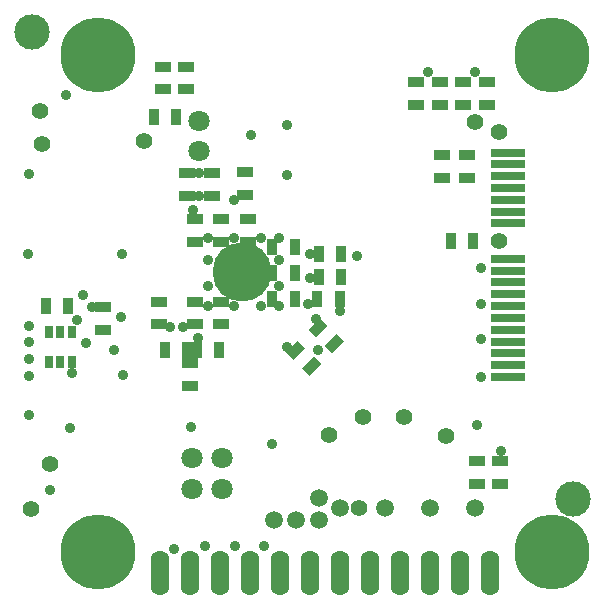
<source format=gbs>
%FSLAX46Y46*%
G04 Gerber Fmt 4.6, Leading zero omitted, Abs format (unit mm)*
G04 Created by KiCad (PCBNEW (2014-08-05 BZR 5054)-product) date Sun 24 May 2015 10:10:41 AM PDT*
%MOMM*%
G01*
G04 APERTURE LIST*
%ADD10C,0.100000*%
%ADD11R,3.000000X0.700000*%
%ADD12R,0.889000X1.397000*%
%ADD13R,1.397000X0.889000*%
%ADD14C,1.501140*%
%ADD15R,0.701040X1.000760*%
%ADD16C,6.350000*%
%ADD17C,1.800000*%
%ADD18O,1.600000X3.800000*%
%ADD19C,3.000000*%
%ADD20C,5.000000*%
%ADD21C,1.397000*%
%ADD22C,0.889000*%
G04 APERTURE END LIST*
D10*
D11*
X42300000Y-31200000D03*
X42300000Y-30200000D03*
X42300000Y-29200000D03*
X42300000Y-28200000D03*
X42300000Y-27200000D03*
X42300000Y-26200000D03*
X42300000Y-25200000D03*
X42300000Y-24200000D03*
X42300000Y-23200000D03*
X42300000Y-22200000D03*
X42300000Y-21200000D03*
X42300000Y-18200000D03*
X42300000Y-17200000D03*
X42300000Y-16200000D03*
X42300000Y-15200000D03*
X42300000Y-14200000D03*
X42300000Y-13200000D03*
X42300000Y-12200000D03*
D12*
X26147500Y-24600000D03*
X28052500Y-24600000D03*
D13*
X20300000Y-17847500D03*
X20300000Y-19752500D03*
X15800000Y-17847500D03*
X15800000Y-19752500D03*
X15800000Y-26752500D03*
X15800000Y-24847500D03*
D12*
X24252500Y-24600000D03*
X22347500Y-24600000D03*
D13*
X20000000Y-15752500D03*
X20000000Y-13847500D03*
X15100000Y-15852500D03*
X15100000Y-13947500D03*
X18000000Y-26752500D03*
X18000000Y-24847500D03*
D12*
X24252500Y-22400000D03*
X22347500Y-22400000D03*
X24252500Y-20200000D03*
X22347500Y-20200000D03*
D13*
X18000000Y-17847500D03*
X18000000Y-19752500D03*
D12*
X26247500Y-22750000D03*
X28152500Y-22750000D03*
X26247500Y-20800000D03*
X28152500Y-20800000D03*
D13*
X17200000Y-15852500D03*
X17200000Y-13947500D03*
D10*
G36*
X25418258Y-27206086D02*
X26406086Y-26218258D01*
X27034704Y-26846876D01*
X26046876Y-27834704D01*
X25418258Y-27206086D01*
X25418258Y-27206086D01*
G37*
G36*
X26765296Y-28553124D02*
X27753124Y-27565296D01*
X28381742Y-28193914D01*
X27393914Y-29181742D01*
X26765296Y-28553124D01*
X26765296Y-28553124D01*
G37*
G36*
X23518258Y-29106086D02*
X24506086Y-28118258D01*
X25134704Y-28746876D01*
X24146876Y-29734704D01*
X23518258Y-29106086D01*
X23518258Y-29106086D01*
G37*
G36*
X24865296Y-30453124D02*
X25853124Y-29465296D01*
X26481742Y-30093914D01*
X25493914Y-31081742D01*
X24865296Y-30453124D01*
X24865296Y-30453124D01*
G37*
D13*
X15400000Y-30047500D03*
X15400000Y-31952500D03*
D12*
X13247500Y-28900000D03*
X15152500Y-28900000D03*
X3147500Y-25200000D03*
X5052500Y-25200000D03*
D14*
X28100000Y-42300000D03*
X35700000Y-42300000D03*
X31900000Y-42300000D03*
X39500000Y-42300000D03*
D15*
X5352500Y-27430000D03*
X4400000Y-27430000D03*
X3447500Y-27430000D03*
X3447500Y-29970000D03*
X4400000Y-29970000D03*
X5352500Y-29970000D03*
D16*
X7600000Y-46000000D03*
X7600000Y-3900000D03*
X46000000Y-3900000D03*
X46000000Y-46000000D03*
D13*
X12700000Y-26752500D03*
X12700000Y-24847500D03*
D12*
X17852500Y-28900000D03*
X15947500Y-28900000D03*
D13*
X15000000Y-6852500D03*
X15000000Y-4947500D03*
X13100000Y-6852500D03*
X13100000Y-4947500D03*
X38500000Y-8152500D03*
X38500000Y-6247500D03*
X34500000Y-8152500D03*
X34500000Y-6247500D03*
X39700000Y-40252500D03*
X39700000Y-38347500D03*
X40500000Y-8152500D03*
X40500000Y-6247500D03*
X36500000Y-8152500D03*
X36500000Y-6247500D03*
X41600000Y-40252500D03*
X41600000Y-38347500D03*
D12*
X12297500Y-9150000D03*
X14202500Y-9150000D03*
D13*
X38800000Y-12447500D03*
X38800000Y-14352500D03*
X36700000Y-12447500D03*
X36700000Y-14352500D03*
D12*
X39352500Y-19700000D03*
X37447500Y-19700000D03*
D13*
X8000000Y-27202500D03*
X8000000Y-25297500D03*
D17*
X18050000Y-40650000D03*
X15510000Y-40650000D03*
X15550000Y-38100000D03*
X18090000Y-38100000D03*
X16150000Y-12100000D03*
X16150000Y-9560000D03*
D18*
X25500000Y-47800000D03*
X22960000Y-47800000D03*
X20420000Y-47800000D03*
X17880000Y-47800000D03*
X15340000Y-47800000D03*
X12800000Y-47800000D03*
D14*
X22450000Y-43300000D03*
X24350000Y-43300000D03*
X26250000Y-43300000D03*
D18*
X40740000Y-47800000D03*
X38200000Y-47800000D03*
X35660000Y-47800000D03*
X33120000Y-47800000D03*
X30580000Y-47800000D03*
X28040000Y-47800000D03*
D19*
X2000000Y-2000000D03*
X47800000Y-41500000D03*
D14*
X26250000Y-41450000D03*
D20*
X19800000Y-22300000D03*
D21*
X30000000Y-34600000D03*
D22*
X25350000Y-25050000D03*
X25500000Y-22850000D03*
D21*
X33500000Y-34600000D03*
D22*
X25500000Y-20750000D03*
D21*
X37000000Y-36200000D03*
D22*
X19100000Y-16200000D03*
X23550000Y-14100000D03*
X4900000Y-7300000D03*
D21*
X39500000Y-9600000D03*
X27100000Y-36100000D03*
D22*
X16100000Y-15852500D03*
X15600000Y-17100000D03*
X14800000Y-27000000D03*
X5800000Y-26400000D03*
X1700000Y-28200000D03*
X6300000Y-24250000D03*
X1700000Y-34450000D03*
X35500000Y-5400000D03*
X41700000Y-37500000D03*
X39500000Y-5400000D03*
X1700000Y-14000000D03*
X1675000Y-20825000D03*
X1700000Y-31100000D03*
X39700000Y-35300000D03*
X22300000Y-36900000D03*
X40000000Y-22000000D03*
X40000000Y-25000000D03*
X40000000Y-28000000D03*
X40000000Y-31200000D03*
X29500000Y-21000000D03*
X16900000Y-19400000D03*
X19100000Y-19400000D03*
X21400000Y-19400000D03*
X22900000Y-19400000D03*
X16900000Y-25200000D03*
X19100000Y-25200000D03*
X21400000Y-25200000D03*
X22900000Y-25200000D03*
X22900000Y-23500000D03*
X22900000Y-21300000D03*
X16900000Y-21300000D03*
X16900000Y-23500000D03*
X26200000Y-28900000D03*
X28050000Y-25650000D03*
X23550000Y-9900000D03*
X9600000Y-20800000D03*
X9700000Y-31000000D03*
X9500000Y-26100000D03*
X14000000Y-45800000D03*
D21*
X41500000Y-10500000D03*
X29700000Y-42300000D03*
D22*
X16150000Y-13950000D03*
X20550000Y-10700000D03*
X26000000Y-26300000D03*
X23600000Y-28700000D03*
D21*
X3500000Y-38600000D03*
D22*
X16600000Y-45500000D03*
X19150000Y-45500000D03*
X21650000Y-45500000D03*
X7100000Y-25300000D03*
X8900000Y-28900000D03*
X15450000Y-35450000D03*
X5200000Y-35500000D03*
X13700000Y-27000000D03*
D21*
X1900000Y-42400000D03*
X2650000Y-8700000D03*
X41550000Y-19700000D03*
D22*
X16050000Y-27900000D03*
D21*
X2800000Y-11500000D03*
X11500000Y-11200000D03*
D22*
X1700000Y-26900000D03*
X6600000Y-28300000D03*
X1700000Y-29700000D03*
X5400000Y-30900000D03*
X3500000Y-40750000D03*
M02*

</source>
